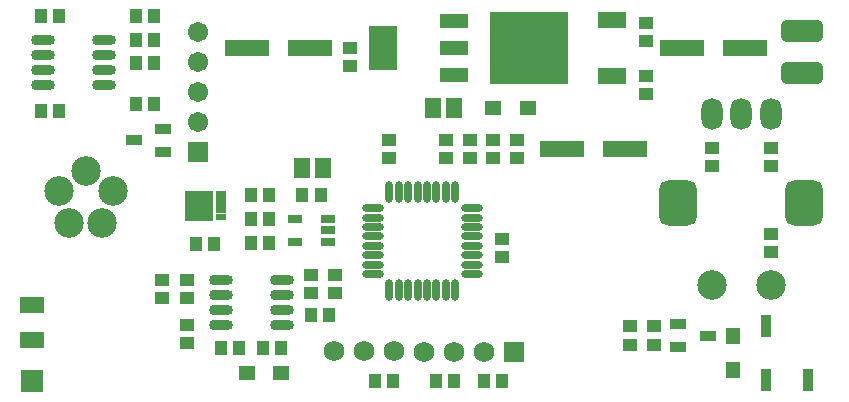
<source format=gbs>
G04*
G04 #@! TF.GenerationSoftware,Altium Limited,Altium Designer,23.8.1 (32)*
G04*
G04 Layer_Color=16711935*
%FSLAX25Y25*%
%MOIN*%
G70*
G04*
G04 #@! TF.SameCoordinates,7219C3B3-8FC9-4B81-83B7-D13F04F5FDA5*
G04*
G04*
G04 #@! TF.FilePolarity,Negative*
G04*
G01*
G75*
%ADD12C,0.06706*%
%ADD13R,0.06706X0.06706*%
%ADD14C,0.09855*%
%ADD15C,0.06896*%
%ADD16R,0.06896X0.06896*%
%ADD17O,0.07099X0.10642*%
%ADD18R,0.07493X0.07493*%
G04:AMPARAMS|DCode=19|XSize=126.11mil|YSize=153.67mil|CornerRadius=33.53mil|HoleSize=0mil|Usage=FLASHONLY|Rotation=180.000|XOffset=0mil|YOffset=0mil|HoleType=Round|Shape=RoundedRectangle|*
%AMROUNDEDRECTD19*
21,1,0.12611,0.08661,0,0,180.0*
21,1,0.05906,0.15367,0,0,180.0*
1,1,0.06706,-0.02953,0.04331*
1,1,0.06706,0.02953,0.04331*
1,1,0.06706,0.02953,-0.04331*
1,1,0.06706,-0.02953,-0.04331*
%
%ADD19ROUNDEDRECTD19*%
%ADD57R,0.14580X0.05524*%
%ADD58R,0.07887X0.05249*%
%ADD59O,0.02690X0.07296*%
%ADD60O,0.07296X0.02690*%
%ADD61R,0.05367X0.06587*%
%ADD62R,0.05721X0.04737*%
%ADD63R,0.09461X0.04737*%
%ADD64R,0.09461X0.14580*%
%ADD65R,0.26390X0.24422*%
%ADD66R,0.09461X0.05524*%
%ADD67R,0.04461X0.04658*%
%ADD68R,0.04658X0.04461*%
%ADD69R,0.05131X0.03162*%
%ADD70R,0.09461X0.10446*%
%ADD71R,0.03556X0.07493*%
%ADD72R,0.03556X0.02375*%
%ADD73R,0.05721X0.03556*%
%ADD74R,0.04737X0.05721*%
%ADD75R,0.03556X0.07493*%
%ADD76O,0.07887X0.03556*%
G04:AMPARAMS|DCode=77|XSize=74.93mil|YSize=141.86mil|CornerRadius=20.73mil|HoleSize=0mil|Usage=FLASHONLY|Rotation=270.000|XOffset=0mil|YOffset=0mil|HoleType=Round|Shape=RoundedRectangle|*
%AMROUNDEDRECTD77*
21,1,0.07493,0.10039,0,0,270.0*
21,1,0.03347,0.14186,0,0,270.0*
1,1,0.04146,-0.05020,-0.01673*
1,1,0.04146,-0.05020,0.01673*
1,1,0.04146,0.05020,0.01673*
1,1,0.04146,0.05020,-0.01673*
%
%ADD77ROUNDEDRECTD77*%
D12*
X62900Y125000D02*
D03*
Y115000D02*
D03*
Y105000D02*
D03*
Y95000D02*
D03*
D13*
Y85000D02*
D03*
D14*
X31136Y61230D02*
D03*
X34561Y71791D02*
D03*
X25591Y78367D02*
D03*
X16620Y71791D02*
D03*
X20046Y61230D02*
D03*
X253937Y40354D02*
D03*
X234252D02*
D03*
D15*
X128244Y18340D02*
D03*
X118244D02*
D03*
X138295Y18244D02*
D03*
X108244Y18340D02*
D03*
X148295Y18244D02*
D03*
X158295D02*
D03*
D16*
X168295Y18254D02*
D03*
D17*
X253937Y97441D02*
D03*
X234252D02*
D03*
X244094D02*
D03*
D18*
X7706Y8443D02*
D03*
D19*
X223095Y67898D02*
D03*
X265094D02*
D03*
D57*
X224491Y119529D02*
D03*
X245515D02*
D03*
X184211Y85702D02*
D03*
X205234D02*
D03*
X100346Y119529D02*
D03*
X79322D02*
D03*
D58*
X7706Y33766D02*
D03*
Y22034D02*
D03*
D59*
X148819Y71555D02*
D03*
X145669D02*
D03*
X142520D02*
D03*
X139370D02*
D03*
X136221D02*
D03*
X133071D02*
D03*
X129921D02*
D03*
X126772D02*
D03*
Y38681D02*
D03*
X129921D02*
D03*
X133071D02*
D03*
X136221D02*
D03*
X139370D02*
D03*
X142520D02*
D03*
X145669D02*
D03*
X148819D02*
D03*
D60*
X121358Y66142D02*
D03*
Y62992D02*
D03*
Y59842D02*
D03*
Y56693D02*
D03*
Y53543D02*
D03*
Y50394D02*
D03*
Y47244D02*
D03*
Y44094D02*
D03*
X154232D02*
D03*
Y47244D02*
D03*
Y50394D02*
D03*
Y53543D02*
D03*
Y56693D02*
D03*
Y59842D02*
D03*
Y62992D02*
D03*
Y66142D02*
D03*
D61*
X141287Y99400D02*
D03*
X148295D02*
D03*
X104549Y79490D02*
D03*
X97541D02*
D03*
D62*
X161474Y99400D02*
D03*
X173088D02*
D03*
X90832Y11269D02*
D03*
X79217D02*
D03*
D63*
X148210Y128584D02*
D03*
Y119529D02*
D03*
Y110474D02*
D03*
D64*
X124588Y119529D02*
D03*
D65*
X173423Y119529D02*
D03*
D66*
X200982Y128826D02*
D03*
X200966Y110233D02*
D03*
D67*
X62353Y54329D02*
D03*
X68416D02*
D03*
X10595Y98500D02*
D03*
X16658D02*
D03*
X106764Y30510D02*
D03*
X100701D02*
D03*
X103880Y70454D02*
D03*
X97817D02*
D03*
X86588Y62430D02*
D03*
X80525D02*
D03*
X86588Y70478D02*
D03*
X80525D02*
D03*
X48507Y100730D02*
D03*
X42443D02*
D03*
X42443Y130100D02*
D03*
X48507D02*
D03*
X80525Y54382D02*
D03*
X86588D02*
D03*
X16658Y130103D02*
D03*
X42443Y122296D02*
D03*
Y114492D02*
D03*
X158335Y8337D02*
D03*
X148295D02*
D03*
X90832Y19368D02*
D03*
X128093Y8337D02*
D03*
X142232D02*
D03*
X76631Y19368D02*
D03*
X84768D02*
D03*
X70569D02*
D03*
X10595Y130103D02*
D03*
X164398Y8337D02*
D03*
X122030D02*
D03*
X48507Y122296D02*
D03*
Y114492D02*
D03*
D68*
X108600Y44000D02*
D03*
Y37937D02*
D03*
X100700Y44000D02*
D03*
Y37937D02*
D03*
X126772Y82670D02*
D03*
Y88733D02*
D03*
X212400Y104168D02*
D03*
Y110231D02*
D03*
X51148Y42169D02*
D03*
X164397Y55932D02*
D03*
X59300Y42169D02*
D03*
X253937Y80136D02*
D03*
Y57432D02*
D03*
X234252Y80136D02*
D03*
X113700Y119532D02*
D03*
X212400Y127826D02*
D03*
X169377Y82670D02*
D03*
X145669Y82670D02*
D03*
X153572Y82670D02*
D03*
X206943Y26686D02*
D03*
X253937Y86199D02*
D03*
X234252D02*
D03*
X253937Y51368D02*
D03*
X169377Y88733D02*
D03*
X153572Y88733D02*
D03*
X161474D02*
D03*
X206943Y20623D02*
D03*
X215163Y20624D02*
D03*
X59300Y36105D02*
D03*
Y27169D02*
D03*
X212400Y121763D02*
D03*
X113700Y113469D02*
D03*
X145669Y88733D02*
D03*
X51148Y36105D02*
D03*
X164397Y49869D02*
D03*
X161474Y82670D02*
D03*
X59300Y21105D02*
D03*
X215163Y26686D02*
D03*
D69*
X95268Y62430D02*
D03*
Y54950D02*
D03*
X106292D02*
D03*
Y58690D02*
D03*
Y62430D02*
D03*
D70*
X63263Y66857D02*
D03*
D71*
X70743Y68136D02*
D03*
D72*
Y63018D02*
D03*
D73*
X51400Y92480D02*
D03*
Y85000D02*
D03*
X41557Y88740D02*
D03*
X232937Y23655D02*
D03*
X223095Y19915D02*
D03*
Y27395D02*
D03*
D74*
X241436Y12041D02*
D03*
Y23655D02*
D03*
D75*
X252422Y8793D02*
D03*
Y26903D02*
D03*
X266201Y8793D02*
D03*
D76*
X70564Y42169D02*
D03*
X11237Y122034D02*
D03*
X91036Y32168D02*
D03*
Y37168D02*
D03*
X70564Y27169D02*
D03*
Y32168D02*
D03*
Y37168D02*
D03*
X91036Y27169D02*
D03*
X31710Y107034D02*
D03*
X11237D02*
D03*
Y112034D02*
D03*
Y117034D02*
D03*
X31710Y122034D02*
D03*
Y117034D02*
D03*
X91036Y42169D02*
D03*
X31710Y112034D02*
D03*
D77*
X264494Y125111D02*
D03*
Y111176D02*
D03*
M02*

</source>
